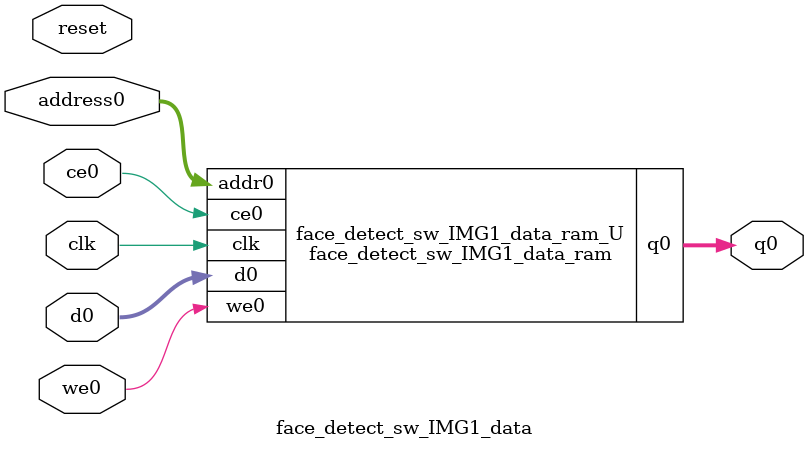
<source format=v>
`timescale 1 ns / 1 ps
module face_detect_sw_IMG1_data_ram (addr0, ce0, d0, we0, q0,  clk);

parameter DWIDTH = 8;
parameter AWIDTH = 17;
parameter MEM_SIZE = 76800;

input[AWIDTH-1:0] addr0;
input ce0;
input[DWIDTH-1:0] d0;
input we0;
output reg[DWIDTH-1:0] q0;
input clk;

(* ram_style = "block" *)reg [DWIDTH-1:0] ram[0:MEM_SIZE-1];




always @(posedge clk)  
begin 
    if (ce0) 
    begin
        if (we0) 
        begin 
            ram[addr0] <= d0; 
        end 
        q0 <= ram[addr0];
    end
end


endmodule

`timescale 1 ns / 1 ps
module face_detect_sw_IMG1_data(
    reset,
    clk,
    address0,
    ce0,
    we0,
    d0,
    q0);

parameter DataWidth = 32'd8;
parameter AddressRange = 32'd76800;
parameter AddressWidth = 32'd17;
input reset;
input clk;
input[AddressWidth - 1:0] address0;
input ce0;
input we0;
input[DataWidth - 1:0] d0;
output[DataWidth - 1:0] q0;



face_detect_sw_IMG1_data_ram face_detect_sw_IMG1_data_ram_U(
    .clk( clk ),
    .addr0( address0 ),
    .ce0( ce0 ),
    .we0( we0 ),
    .d0( d0 ),
    .q0( q0 ));

endmodule


</source>
